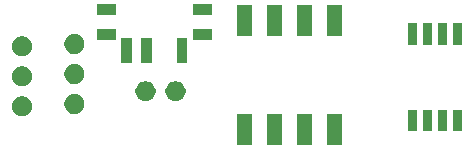
<source format=gbr>
G04 #@! TF.GenerationSoftware,KiCad,Pcbnew,5.0.2+dfsg1-1~bpo9+1*
G04 #@! TF.CreationDate,2019-04-13T15:56:37+01:00*
G04 #@! TF.ProjectId,smart_glasses,736d6172-745f-4676-9c61-737365732e6b,rev?*
G04 #@! TF.SameCoordinates,Original*
G04 #@! TF.FileFunction,Soldermask,Top*
G04 #@! TF.FilePolarity,Negative*
%FSLAX46Y46*%
G04 Gerber Fmt 4.6, Leading zero omitted, Abs format (unit mm)*
G04 Created by KiCad (PCBNEW 5.0.2+dfsg1-1~bpo9+1) date Sat 13 Apr 2019 15:56:37 BST*
%MOMM*%
%LPD*%
G01*
G04 APERTURE LIST*
%ADD10C,0.100000*%
G04 APERTURE END LIST*
D10*
G36*
X136490600Y-84115160D02*
X135238600Y-84115160D01*
X135238600Y-81513160D01*
X136490600Y-81513160D01*
X136490600Y-84115160D01*
X136490600Y-84115160D01*
G37*
G36*
X133950600Y-84115160D02*
X132698600Y-84115160D01*
X132698600Y-81513160D01*
X133950600Y-81513160D01*
X133950600Y-84115160D01*
X133950600Y-84115160D01*
G37*
G36*
X131410600Y-84115160D02*
X130158600Y-84115160D01*
X130158600Y-81513160D01*
X131410600Y-81513160D01*
X131410600Y-84115160D01*
X131410600Y-84115160D01*
G37*
G36*
X139028060Y-84115160D02*
X137776060Y-84115160D01*
X137776060Y-81513160D01*
X139028060Y-81513160D01*
X139028060Y-84115160D01*
X139028060Y-84115160D01*
G37*
G36*
X147899200Y-82935400D02*
X147147200Y-82935400D01*
X147147200Y-81133400D01*
X147899200Y-81133400D01*
X147899200Y-82935400D01*
X147899200Y-82935400D01*
G37*
G36*
X146629200Y-82935400D02*
X145877200Y-82935400D01*
X145877200Y-81133400D01*
X146629200Y-81133400D01*
X146629200Y-82935400D01*
X146629200Y-82935400D01*
G37*
G36*
X145359200Y-82935400D02*
X144607200Y-82935400D01*
X144607200Y-81133400D01*
X145359200Y-81133400D01*
X145359200Y-82935400D01*
X145359200Y-82935400D01*
G37*
G36*
X149169200Y-82935400D02*
X148417200Y-82935400D01*
X148417200Y-81133400D01*
X149169200Y-81133400D01*
X149169200Y-82935400D01*
X149169200Y-82935400D01*
G37*
G36*
X112186028Y-80029903D02*
X112340900Y-80094053D01*
X112480281Y-80187185D01*
X112598815Y-80305719D01*
X112691947Y-80445100D01*
X112756097Y-80599972D01*
X112788800Y-80764384D01*
X112788800Y-80932016D01*
X112756097Y-81096428D01*
X112691947Y-81251300D01*
X112598815Y-81390681D01*
X112480281Y-81509215D01*
X112340900Y-81602347D01*
X112186028Y-81666497D01*
X112021616Y-81699200D01*
X111853984Y-81699200D01*
X111689572Y-81666497D01*
X111534700Y-81602347D01*
X111395319Y-81509215D01*
X111276785Y-81390681D01*
X111183653Y-81251300D01*
X111119503Y-81096428D01*
X111086800Y-80932016D01*
X111086800Y-80764384D01*
X111119503Y-80599972D01*
X111183653Y-80445100D01*
X111276785Y-80305719D01*
X111395319Y-80187185D01*
X111534700Y-80094053D01*
X111689572Y-80029903D01*
X111853984Y-79997200D01*
X112021616Y-79997200D01*
X112186028Y-80029903D01*
X112186028Y-80029903D01*
G37*
G36*
X116631028Y-79826703D02*
X116785900Y-79890853D01*
X116925281Y-79983985D01*
X117043815Y-80102519D01*
X117136947Y-80241900D01*
X117201097Y-80396772D01*
X117233800Y-80561184D01*
X117233800Y-80728816D01*
X117201097Y-80893228D01*
X117136947Y-81048100D01*
X117043815Y-81187481D01*
X116925281Y-81306015D01*
X116785900Y-81399147D01*
X116631028Y-81463297D01*
X116466616Y-81496000D01*
X116298984Y-81496000D01*
X116134572Y-81463297D01*
X115979700Y-81399147D01*
X115840319Y-81306015D01*
X115721785Y-81187481D01*
X115628653Y-81048100D01*
X115564503Y-80893228D01*
X115531800Y-80728816D01*
X115531800Y-80561184D01*
X115564503Y-80396772D01*
X115628653Y-80241900D01*
X115721785Y-80102519D01*
X115840319Y-79983985D01*
X115979700Y-79890853D01*
X116134572Y-79826703D01*
X116298984Y-79794000D01*
X116466616Y-79794000D01*
X116631028Y-79826703D01*
X116631028Y-79826703D01*
G37*
G36*
X125190828Y-78759903D02*
X125345700Y-78824053D01*
X125485081Y-78917185D01*
X125603615Y-79035719D01*
X125696747Y-79175100D01*
X125760897Y-79329972D01*
X125793600Y-79494384D01*
X125793600Y-79662016D01*
X125760897Y-79826428D01*
X125696747Y-79981300D01*
X125603615Y-80120681D01*
X125485081Y-80239215D01*
X125345700Y-80332347D01*
X125190828Y-80396497D01*
X125026416Y-80429200D01*
X124858784Y-80429200D01*
X124694372Y-80396497D01*
X124539500Y-80332347D01*
X124400119Y-80239215D01*
X124281585Y-80120681D01*
X124188453Y-79981300D01*
X124124303Y-79826428D01*
X124091600Y-79662016D01*
X124091600Y-79494384D01*
X124124303Y-79329972D01*
X124188453Y-79175100D01*
X124281585Y-79035719D01*
X124400119Y-78917185D01*
X124539500Y-78824053D01*
X124694372Y-78759903D01*
X124858784Y-78727200D01*
X125026416Y-78727200D01*
X125190828Y-78759903D01*
X125190828Y-78759903D01*
G37*
G36*
X122650828Y-78759903D02*
X122805700Y-78824053D01*
X122945081Y-78917185D01*
X123063615Y-79035719D01*
X123156747Y-79175100D01*
X123220897Y-79329972D01*
X123253600Y-79494384D01*
X123253600Y-79662016D01*
X123220897Y-79826428D01*
X123156747Y-79981300D01*
X123063615Y-80120681D01*
X122945081Y-80239215D01*
X122805700Y-80332347D01*
X122650828Y-80396497D01*
X122486416Y-80429200D01*
X122318784Y-80429200D01*
X122154372Y-80396497D01*
X121999500Y-80332347D01*
X121860119Y-80239215D01*
X121741585Y-80120681D01*
X121648453Y-79981300D01*
X121584303Y-79826428D01*
X121551600Y-79662016D01*
X121551600Y-79494384D01*
X121584303Y-79329972D01*
X121648453Y-79175100D01*
X121741585Y-79035719D01*
X121860119Y-78917185D01*
X121999500Y-78824053D01*
X122154372Y-78759903D01*
X122318784Y-78727200D01*
X122486416Y-78727200D01*
X122650828Y-78759903D01*
X122650828Y-78759903D01*
G37*
G36*
X112186028Y-77489903D02*
X112340900Y-77554053D01*
X112480281Y-77647185D01*
X112598815Y-77765719D01*
X112691947Y-77905100D01*
X112756097Y-78059972D01*
X112788800Y-78224384D01*
X112788800Y-78392016D01*
X112756097Y-78556428D01*
X112691947Y-78711300D01*
X112598815Y-78850681D01*
X112480281Y-78969215D01*
X112340900Y-79062347D01*
X112186028Y-79126497D01*
X112021616Y-79159200D01*
X111853984Y-79159200D01*
X111689572Y-79126497D01*
X111534700Y-79062347D01*
X111395319Y-78969215D01*
X111276785Y-78850681D01*
X111183653Y-78711300D01*
X111119503Y-78556428D01*
X111086800Y-78392016D01*
X111086800Y-78224384D01*
X111119503Y-78059972D01*
X111183653Y-77905100D01*
X111276785Y-77765719D01*
X111395319Y-77647185D01*
X111534700Y-77554053D01*
X111689572Y-77489903D01*
X111853984Y-77457200D01*
X112021616Y-77457200D01*
X112186028Y-77489903D01*
X112186028Y-77489903D01*
G37*
G36*
X116631028Y-77286703D02*
X116785900Y-77350853D01*
X116925281Y-77443985D01*
X117043815Y-77562519D01*
X117136947Y-77701900D01*
X117201097Y-77856772D01*
X117233800Y-78021184D01*
X117233800Y-78188816D01*
X117201097Y-78353228D01*
X117136947Y-78508100D01*
X117043815Y-78647481D01*
X116925281Y-78766015D01*
X116785900Y-78859147D01*
X116631028Y-78923297D01*
X116466616Y-78956000D01*
X116298984Y-78956000D01*
X116134572Y-78923297D01*
X115979700Y-78859147D01*
X115840319Y-78766015D01*
X115721785Y-78647481D01*
X115628653Y-78508100D01*
X115564503Y-78353228D01*
X115531800Y-78188816D01*
X115531800Y-78021184D01*
X115564503Y-77856772D01*
X115628653Y-77701900D01*
X115721785Y-77562519D01*
X115840319Y-77443985D01*
X115979700Y-77350853D01*
X116134572Y-77286703D01*
X116298984Y-77254000D01*
X116466616Y-77254000D01*
X116631028Y-77286703D01*
X116631028Y-77286703D01*
G37*
G36*
X121240700Y-77162100D02*
X120338700Y-77162100D01*
X120338700Y-75060100D01*
X121240700Y-75060100D01*
X121240700Y-77162100D01*
X121240700Y-77162100D01*
G37*
G36*
X125952400Y-77162100D02*
X125050400Y-77162100D01*
X125050400Y-75060100D01*
X125952400Y-75060100D01*
X125952400Y-77162100D01*
X125952400Y-77162100D01*
G37*
G36*
X122942500Y-77162100D02*
X122040500Y-77162100D01*
X122040500Y-75060100D01*
X122942500Y-75060100D01*
X122942500Y-77162100D01*
X122942500Y-77162100D01*
G37*
G36*
X112186028Y-74949903D02*
X112340900Y-75014053D01*
X112480281Y-75107185D01*
X112598815Y-75225719D01*
X112691947Y-75365100D01*
X112756097Y-75519972D01*
X112788800Y-75684384D01*
X112788800Y-75852016D01*
X112756097Y-76016428D01*
X112691947Y-76171300D01*
X112598815Y-76310681D01*
X112480281Y-76429215D01*
X112340900Y-76522347D01*
X112186028Y-76586497D01*
X112021616Y-76619200D01*
X111853984Y-76619200D01*
X111689572Y-76586497D01*
X111534700Y-76522347D01*
X111395319Y-76429215D01*
X111276785Y-76310681D01*
X111183653Y-76171300D01*
X111119503Y-76016428D01*
X111086800Y-75852016D01*
X111086800Y-75684384D01*
X111119503Y-75519972D01*
X111183653Y-75365100D01*
X111276785Y-75225719D01*
X111395319Y-75107185D01*
X111534700Y-75014053D01*
X111689572Y-74949903D01*
X111853984Y-74917200D01*
X112021616Y-74917200D01*
X112186028Y-74949903D01*
X112186028Y-74949903D01*
G37*
G36*
X116631028Y-74746703D02*
X116785900Y-74810853D01*
X116925281Y-74903985D01*
X117043815Y-75022519D01*
X117136947Y-75161900D01*
X117201097Y-75316772D01*
X117233800Y-75481184D01*
X117233800Y-75648816D01*
X117201097Y-75813228D01*
X117136947Y-75968100D01*
X117043815Y-76107481D01*
X116925281Y-76226015D01*
X116785900Y-76319147D01*
X116631028Y-76383297D01*
X116466616Y-76416000D01*
X116298984Y-76416000D01*
X116134572Y-76383297D01*
X115979700Y-76319147D01*
X115840319Y-76226015D01*
X115721785Y-76107481D01*
X115628653Y-75968100D01*
X115564503Y-75813228D01*
X115531800Y-75648816D01*
X115531800Y-75481184D01*
X115564503Y-75316772D01*
X115628653Y-75161900D01*
X115721785Y-75022519D01*
X115840319Y-74903985D01*
X115979700Y-74810853D01*
X116134572Y-74746703D01*
X116298984Y-74714000D01*
X116466616Y-74714000D01*
X116631028Y-74746703D01*
X116631028Y-74746703D01*
G37*
G36*
X146629200Y-75635400D02*
X145877200Y-75635400D01*
X145877200Y-73833400D01*
X146629200Y-73833400D01*
X146629200Y-75635400D01*
X146629200Y-75635400D01*
G37*
G36*
X147899200Y-75635400D02*
X147147200Y-75635400D01*
X147147200Y-73833400D01*
X147899200Y-73833400D01*
X147899200Y-75635400D01*
X147899200Y-75635400D01*
G37*
G36*
X145359200Y-75635400D02*
X144607200Y-75635400D01*
X144607200Y-73833400D01*
X145359200Y-73833400D01*
X145359200Y-75635400D01*
X145359200Y-75635400D01*
G37*
G36*
X149169200Y-75635400D02*
X148417200Y-75635400D01*
X148417200Y-73833400D01*
X149169200Y-73833400D01*
X149169200Y-75635400D01*
X149169200Y-75635400D01*
G37*
G36*
X128029600Y-75241300D02*
X126427600Y-75241300D01*
X126427600Y-74339300D01*
X128029600Y-74339300D01*
X128029600Y-75241300D01*
X128029600Y-75241300D01*
G37*
G36*
X119863500Y-75228600D02*
X118261500Y-75228600D01*
X118261500Y-74326600D01*
X119863500Y-74326600D01*
X119863500Y-75228600D01*
X119863500Y-75228600D01*
G37*
G36*
X131397900Y-74897500D02*
X130145900Y-74897500D01*
X130145900Y-72295500D01*
X131397900Y-72295500D01*
X131397900Y-74897500D01*
X131397900Y-74897500D01*
G37*
G36*
X136485520Y-74897500D02*
X135233520Y-74897500D01*
X135233520Y-72295500D01*
X136485520Y-72295500D01*
X136485520Y-74897500D01*
X136485520Y-74897500D01*
G37*
G36*
X133950600Y-74897500D02*
X132698600Y-74897500D01*
X132698600Y-72295500D01*
X133950600Y-72295500D01*
X133950600Y-74897500D01*
X133950600Y-74897500D01*
G37*
G36*
X139028060Y-74897500D02*
X137776060Y-74897500D01*
X137776060Y-72295500D01*
X139028060Y-72295500D01*
X139028060Y-74897500D01*
X139028060Y-74897500D01*
G37*
G36*
X128029600Y-73120400D02*
X126427600Y-73120400D01*
X126427600Y-72218400D01*
X128029600Y-72218400D01*
X128029600Y-73120400D01*
X128029600Y-73120400D01*
G37*
G36*
X119876200Y-73120400D02*
X118274200Y-73120400D01*
X118274200Y-72218400D01*
X119876200Y-72218400D01*
X119876200Y-73120400D01*
X119876200Y-73120400D01*
G37*
M02*

</source>
